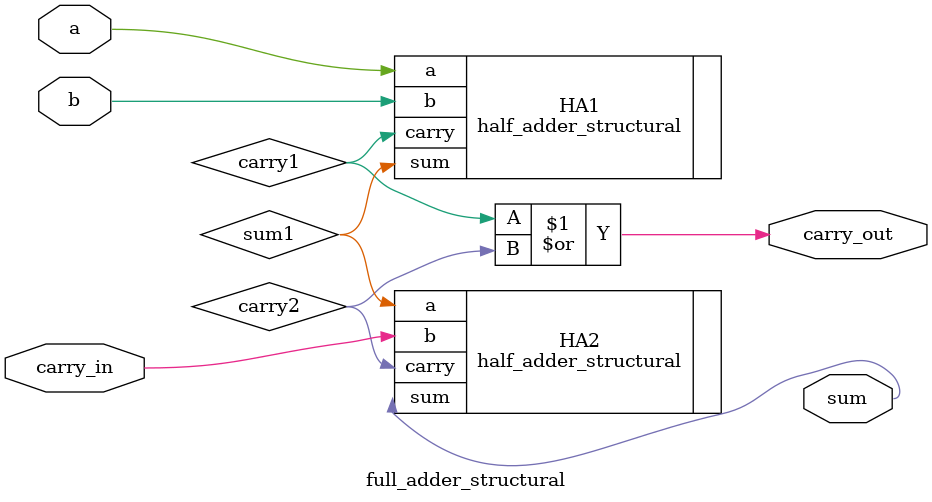
<source format=v>
module full_adder_structural (
    input a, 
    input b, 
    input carry_in, 
    output sum, 
    output carry_out);

    wire sum1;
    wire carry1;
    wire carry2;

    half_adder_structural HA1(.a(a),.b(b),.sum(sum1),.carry(carry1));
    half_adder_structural HA2(.a(sum1),.b(carry_in),.sum(sum),.carry(carry2));

    //carry1 OR carry2 = Cout
    or (carry_out,carry1,carry2);

endmodule
</source>
